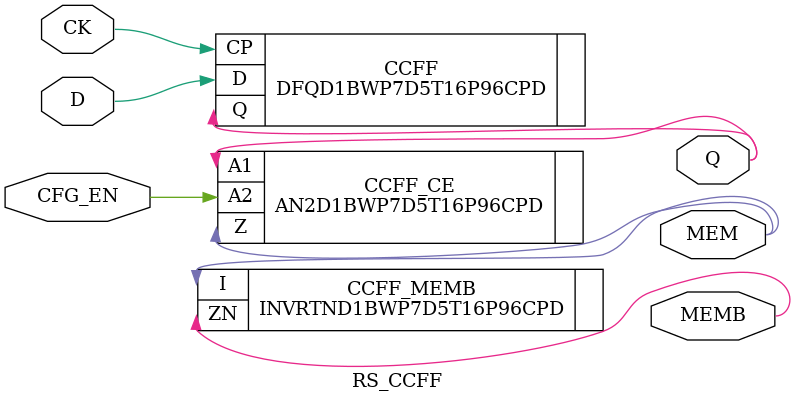
<source format=v>
`timescale 1ns/1ps

module RS_CCFF (
  CFG_EN, // Config enable active, 0=configuration mode
  Q,      // Q output for shift chain
  CK,     // Clock Input
  D,      // Data Input
  MEM,    // connected to the datapath
  MEMB    // connected to the datapath
);

input D;
input CK;
input CFG_EN;
output Q;
output MEMB;
output MEM;

  // A=W*0.48
  // Total W =2.208
  INVRTND1BWP7D5T16P96CPD CCFF_MEMB (.I(MEM), .ZN(MEMB));            // W=0.192 um^2
  DFQD1BWP7D5T16P96CPD CCFF (.Q(Q), .CP(CK), .D(D));            // W=1.728 um^2
  AN2D1BWP7D5T16P96CPD CCFF_CE (.Z(MEM), .A1(Q), .A2(CFG_EN));  // W=0.480 um^2

endmodule

</source>
